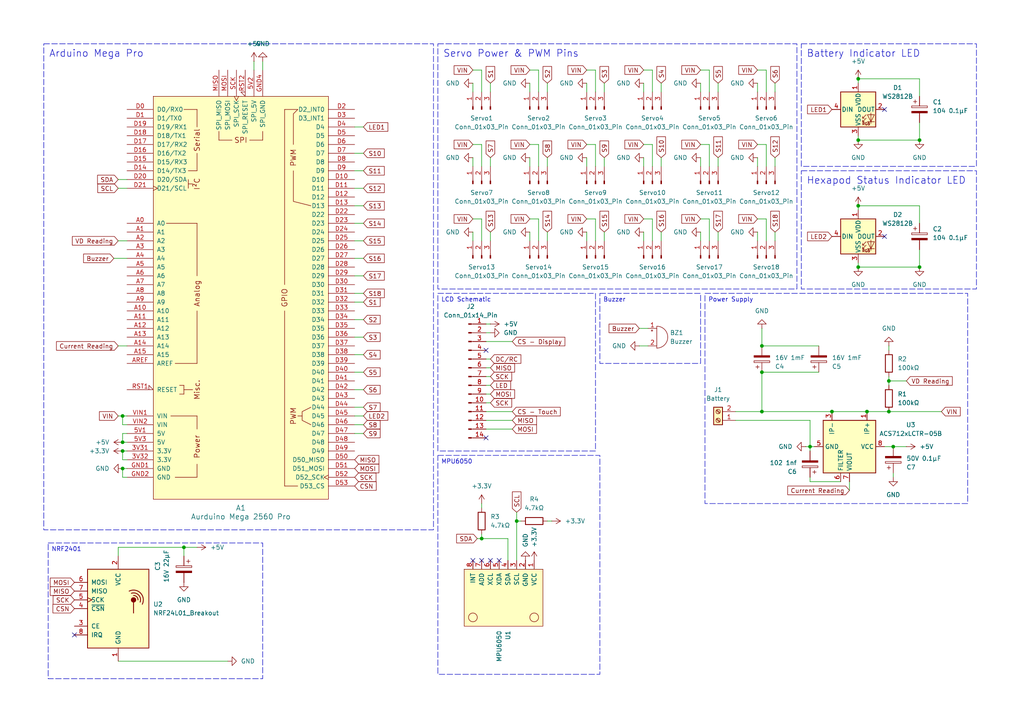
<source format=kicad_sch>
(kicad_sch (version 20231120) (generator "eeschema") (generator_version "8.0")
  (paper "A4")
  (title_block (title "Hexapod PCB V2"))
  (junction (at 241.3 119.38))
  (junction (at 251.46 119.38))
  (junction (at 53.34 158.75))
  (junction (at 257.81 119.38))
  (junction (at 35.56 130.81))
  (junction (at 35.56 128.27))
  (junction (at 149.86 151.13))
  (junction (at 220.98 119.38))
  (junction (at 266.7 77.47))
  (junction (at 248.92 40.64))
  (junction (at 35.56 120.65))
  (junction (at 248.92 77.47))
  (junction (at 266.7 40.64))
  (junction (at 220.98 100.33))
  (junction (at 234.95 129.54))
  (junction (at 257.81 110.49))
  (junction (at 259.08 129.54))
  (junction (at 248.92 59.69))
  (junction (at 220.98 107.95))
  (junction (at 248.92 22.86))
  (junction (at 139.7 156.21))
  (junction (at 35.56 135.89))
  (no_connect (at 142.24 162.56))
  (no_connect (at 256.54 31.75))
  (no_connect (at 140.97 127))
  (no_connect (at 256.54 68.58))
  (no_connect (at 21.59 184.15))
  (no_connect (at 140.97 101.6))
  (no_connect (at 137.16 162.56))
  (no_connect (at 139.7 162.56))
  (no_connect (at 144.78 162.56))
  (wire (pts (xy 257.81 100.33) (xy 257.81 101.6)))
  (wire (pts (xy 246.38 142.24) (xy 246.38 139.7)))
  (wire (pts (xy 149.86 151.13) (xy 151.13 151.13)))
  (wire (pts (xy 153.67 24.13) (xy 153.67 26.67)))
  (wire (pts (xy 224.79 24.13) (xy 224.79 26.67)))
  (wire (pts (xy 102.87 113.03) (xy 105.41 113.03)))
  (wire (pts (xy 205.74 63.5) (xy 205.74 69.85)))
  (wire (pts (xy 142.24 111.76) (xy 140.97 111.76)))
  (wire (pts (xy 139.7 41.91) (xy 139.7 48.26)))
  (wire (pts (xy 259.08 138.43) (xy 259.08 137.16)))
  (wire (pts (xy 142.24 67.31) (xy 142.24 69.85)))
  (wire (pts (xy 222.25 20.32) (xy 222.25 26.67)))
  (wire (pts (xy 142.24 96.52) (xy 140.97 96.52)))
  (wire (pts (xy 213.36 121.92) (xy 234.95 121.92)))
  (wire (pts (xy 213.36 119.38) (xy 220.98 119.38)))
  (wire (pts (xy 222.25 41.91) (xy 222.25 48.26)))
  (wire (pts (xy 170.18 45.72) (xy 170.18 48.26)))
  (wire (pts (xy 142.24 116.84) (xy 140.97 116.84)))
  (wire (pts (xy 102.87 107.95) (xy 105.41 107.95)))
  (wire (pts (xy 234.95 121.92) (xy 234.95 129.54)))
  (wire (pts (xy 241.3 119.38) (xy 251.46 119.38)))
  (wire (pts (xy 203.2 45.72) (xy 203.2 48.26)))
  (wire (pts (xy 186.69 41.91) (xy 189.23 41.91)))
  (wire (pts (xy 102.87 54.61) (xy 105.41 54.61)))
  (wire (pts (xy 156.21 63.5) (xy 156.21 69.85)))
  (wire (pts (xy 34.29 69.85) (xy 36.83 69.85)))
  (wire (pts (xy 35.56 120.65) (xy 36.83 120.65)))
  (wire (pts (xy 203.2 67.31) (xy 203.2 69.85)))
  (wire (pts (xy 186.69 20.32) (xy 189.23 20.32)))
  (wire (pts (xy 102.87 92.71) (xy 105.41 92.71)))
  (wire (pts (xy 153.67 45.72) (xy 153.67 48.26)))
  (wire (pts (xy 102.87 87.63) (xy 105.41 87.63)))
  (wire (pts (xy 203.2 24.13) (xy 203.2 26.67)))
  (wire (pts (xy 142.24 24.13) (xy 142.24 26.67)))
  (wire (pts (xy 142.24 45.72) (xy 142.24 48.26)))
  (wire (pts (xy 186.69 67.31) (xy 186.69 69.85)))
  (wire (pts (xy 142.24 93.98) (xy 140.97 93.98)))
  (wire (pts (xy 149.86 151.13) (xy 149.86 162.56)))
  (wire (pts (xy 137.16 24.13) (xy 137.16 26.67)))
  (wire (pts (xy 175.26 24.13) (xy 175.26 26.67)))
  (wire (pts (xy 137.16 67.31) (xy 137.16 69.85)))
  (wire (pts (xy 142.24 106.68) (xy 140.97 106.68)))
  (wire (pts (xy 172.72 63.5) (xy 172.72 69.85)))
  (wire (pts (xy 137.16 45.72) (xy 137.16 48.26)))
  (wire (pts (xy 148.59 124.46) (xy 140.97 124.46)))
  (wire (pts (xy 220.98 100.33) (xy 237.49 100.33)))
  (wire (pts (xy 34.29 54.61) (xy 36.83 54.61)))
  (wire (pts (xy 172.72 41.91) (xy 172.72 48.26)))
  (wire (pts (xy 35.56 125.73) (xy 35.56 128.27)))
  (wire (pts (xy 76.2 17.78) (xy 76.2 20.32)))
  (wire (pts (xy 266.7 40.64) (xy 266.7 35.56)))
  (wire (pts (xy 153.67 67.31) (xy 153.67 69.85)))
  (wire (pts (xy 137.16 41.91) (xy 139.7 41.91)))
  (wire (pts (xy 102.87 80.01) (xy 105.41 80.01)))
  (wire (pts (xy 153.67 20.32) (xy 156.21 20.32)))
  (wire (pts (xy 158.75 67.31) (xy 158.75 69.85)))
  (wire (pts (xy 170.18 24.13) (xy 170.18 26.67)))
  (wire (pts (xy 191.77 24.13) (xy 191.77 26.67)))
  (wire (pts (xy 175.26 45.72) (xy 175.26 48.26)))
  (wire (pts (xy 170.18 63.5) (xy 172.72 63.5)))
  (wire (pts (xy 185.42 95.25) (xy 187.96 95.25)))
  (wire (pts (xy 33.02 74.93) (xy 36.83 74.93)))
  (wire (pts (xy 36.83 138.43) (xy 35.56 138.43)))
  (wire (pts (xy 158.75 45.72) (xy 158.75 48.26)))
  (wire (pts (xy 102.87 102.87) (xy 105.41 102.87)))
  (wire (pts (xy 34.29 120.65) (xy 35.56 120.65)))
  (wire (pts (xy 220.98 119.38) (xy 241.3 119.38)))
  (wire (pts (xy 105.41 120.65) (xy 102.87 120.65)))
  (wire (pts (xy 191.77 67.31) (xy 191.77 69.85)))
  (wire (pts (xy 137.16 20.32) (xy 139.7 20.32)))
  (wire (pts (xy 102.87 118.11) (xy 105.41 118.11)))
  (wire (pts (xy 220.98 107.95) (xy 237.49 107.95)))
  (wire (pts (xy 102.87 69.85) (xy 105.41 69.85)))
  (wire (pts (xy 186.69 63.5) (xy 189.23 63.5)))
  (wire (pts (xy 53.34 158.75) (xy 34.29 158.75)))
  (wire (pts (xy 35.56 135.89) (xy 36.83 135.89)))
  (wire (pts (xy 251.46 119.38) (xy 257.81 119.38)))
  (wire (pts (xy 203.2 41.91) (xy 205.74 41.91)))
  (wire (pts (xy 36.83 123.19) (xy 35.56 123.19)))
  (wire (pts (xy 34.29 52.07) (xy 36.83 52.07)))
  (wire (pts (xy 158.75 24.13) (xy 158.75 26.67)))
  (wire (pts (xy 147.32 156.21) (xy 147.32 162.56)))
  (wire (pts (xy 102.87 64.77) (xy 105.41 64.77)))
  (wire (pts (xy 219.71 63.5) (xy 222.25 63.5)))
  (wire (pts (xy 220.98 107.95) (xy 220.98 119.38)))
  (wire (pts (xy 139.7 63.5) (xy 139.7 69.85)))
  (wire (pts (xy 257.81 109.22) (xy 257.81 110.49)))
  (wire (pts (xy 205.74 41.91) (xy 205.74 48.26)))
  (wire (pts (xy 259.08 129.54) (xy 256.54 129.54)))
  (wire (pts (xy 102.87 85.09) (xy 105.41 85.09)))
  (wire (pts (xy 266.7 64.77) (xy 266.7 59.69)))
  (wire (pts (xy 57.15 158.75) (xy 53.34 158.75)))
  (wire (pts (xy 191.77 45.72) (xy 191.77 48.26)))
  (wire (pts (xy 105.41 36.83) (xy 102.87 36.83)))
  (wire (pts (xy 186.69 24.13) (xy 186.69 26.67)))
  (wire (pts (xy 149.86 148.59) (xy 149.86 151.13)))
  (wire (pts (xy 158.75 151.13) (xy 160.02 151.13)))
  (wire (pts (xy 220.98 95.25) (xy 220.98 100.33)))
  (wire (pts (xy 243.84 139.7) (xy 234.95 139.7)))
  (wire (pts (xy 148.59 119.38) (xy 140.97 119.38)))
  (wire (pts (xy 262.89 129.54) (xy 259.08 129.54)))
  (wire (pts (xy 138.43 156.21) (xy 139.7 156.21)))
  (wire (pts (xy 102.87 123.19) (xy 105.41 123.19)))
  (wire (pts (xy 170.18 67.31) (xy 170.18 69.85)))
  (wire (pts (xy 35.56 135.89) (xy 35.56 138.43)))
  (wire (pts (xy 208.28 24.13) (xy 208.28 26.67)))
  (wire (pts (xy 186.69 45.72) (xy 186.69 48.26)))
  (wire (pts (xy 203.2 63.5) (xy 205.74 63.5)))
  (wire (pts (xy 219.71 20.32) (xy 222.25 20.32)))
  (wire (pts (xy 142.24 114.3) (xy 140.97 114.3)))
  (wire (pts (xy 102.87 59.69) (xy 105.41 59.69)))
  (wire (pts (xy 36.83 125.73) (xy 35.56 125.73)))
  (wire (pts (xy 156.21 41.91) (xy 156.21 48.26)))
  (wire (pts (xy 102.87 125.73) (xy 105.41 125.73)))
  (wire (pts (xy 35.56 123.19) (xy 35.56 120.65)))
  (wire (pts (xy 257.81 119.38) (xy 273.05 119.38)))
  (wire (pts (xy 137.16 63.5) (xy 139.7 63.5)))
  (wire (pts (xy 233.68 129.54) (xy 234.95 129.54)))
  (wire (pts (xy 139.7 146.05) (xy 139.7 147.32)))
  (wire (pts (xy 248.92 77.47) (xy 266.7 77.47)))
  (wire (pts (xy 102.87 74.93) (xy 105.41 74.93)))
  (wire (pts (xy 234.95 129.54) (xy 234.95 130.81)))
  (wire (pts (xy 219.71 24.13) (xy 219.71 26.67)))
  (wire (pts (xy 189.23 41.91) (xy 189.23 48.26)))
  (wire (pts (xy 248.92 22.86) (xy 248.92 24.13)))
  (wire (pts (xy 139.7 154.94) (xy 139.7 156.21)))
  (wire (pts (xy 153.67 41.91) (xy 156.21 41.91)))
  (wire (pts (xy 35.56 130.81) (xy 36.83 130.81)))
  (wire (pts (xy 139.7 156.21) (xy 147.32 156.21)))
  (wire (pts (xy 36.83 133.35) (xy 35.56 133.35)))
  (wire (pts (xy 175.26 67.31) (xy 175.26 69.85)))
  (wire (pts (xy 102.87 49.53) (xy 105.41 49.53)))
  (wire (pts (xy 248.92 40.64) (xy 248.92 39.37)))
  (wire (pts (xy 35.56 133.35) (xy 35.56 130.81)))
  (wire (pts (xy 156.21 20.32) (xy 156.21 26.67)))
  (wire (pts (xy 257.81 110.49) (xy 257.81 111.76)))
  (wire (pts (xy 248.92 40.64) (xy 266.7 40.64)))
  (wire (pts (xy 34.29 100.33) (xy 36.83 100.33)))
  (wire (pts (xy 219.71 41.91) (xy 222.25 41.91)))
  (wire (pts (xy 189.23 20.32) (xy 189.23 26.67)))
  (wire (pts (xy 205.74 20.32) (xy 205.74 26.67)))
  (wire (pts (xy 35.56 128.27) (xy 36.83 128.27)))
  (wire (pts (xy 170.18 41.91) (xy 172.72 41.91)))
  (wire (pts (xy 102.87 44.45) (xy 105.41 44.45)))
  (wire (pts (xy 185.42 100.33) (xy 187.96 100.33)))
  (wire (pts (xy 102.87 97.79) (xy 105.41 97.79)))
  (wire (pts (xy 266.7 77.47) (xy 266.7 72.39)))
  (wire (pts (xy 172.72 20.32) (xy 172.72 26.67)))
  (wire (pts (xy 153.67 63.5) (xy 156.21 63.5)))
  (wire (pts (xy 142.24 109.22) (xy 140.97 109.22)))
  (wire (pts (xy 257.81 110.49) (xy 262.89 110.49)))
  (wire (pts (xy 73.66 17.78) (xy 73.66 20.32)))
  (wire (pts (xy 248.92 59.69) (xy 248.92 60.96)))
  (wire (pts (xy 139.7 20.32) (xy 139.7 26.67)))
  (wire (pts (xy 248.92 22.86) (xy 266.7 22.86)))
  (wire (pts (xy 203.2 20.32) (xy 205.74 20.32)))
  (wire (pts (xy 266.7 27.94) (xy 266.7 22.86)))
  (wire (pts (xy 208.28 45.72) (xy 208.28 48.26)))
  (wire (pts (xy 248.92 59.69) (xy 266.7 59.69)))
  (wire (pts (xy 224.79 67.31) (xy 224.79 69.85)))
  (wire (pts (xy 234.95 129.54) (xy 236.22 129.54)))
  (wire (pts (xy 170.18 20.32) (xy 172.72 20.32)))
  (wire (pts (xy 208.28 67.31) (xy 208.28 69.85)))
  (wire (pts (xy 248.92 77.47) (xy 248.92 76.2)))
  (wire (pts (xy 224.79 45.72) (xy 224.79 48.26)))
  (wire (pts (xy 148.59 99.06) (xy 140.97 99.06)))
  (wire (pts (xy 219.71 67.31) (xy 219.71 69.85)))
  (wire (pts (xy 222.25 63.5) (xy 222.25 69.85)))
  (wire (pts (xy 189.23 63.5) (xy 189.23 69.85)))
  (wire (pts (xy 53.34 158.75) (xy 53.34 161.29)))
  (wire (pts (xy 219.71 45.72) (xy 219.71 48.26)))
  (wire (pts (xy 34.29 158.75) (xy 34.29 161.29)))
  (wire (pts (xy 234.95 139.7) (xy 234.95 138.43)))
  (wire (pts (xy 140.97 104.14) (xy 142.24 104.14)))
  (wire (pts (xy 34.29 191.77) (xy 66.04 191.77)))
  (wire (pts (xy 148.59 121.92) (xy 140.97 121.92)))
  (text_box "Battery Indicator LED" (at 232.41 12.7 0) (size 50.8 35.56) (stroke (width 0) (type dash)) (effects (font (size 2.032 2.032)) (justify left top)))
  (text_box "LCD Schematic" (at 127 85.09 0) (size 45.72 45.72) (stroke (width 0) (type dash)) (effects (font (size 1.27 1.27)) (justify left top)))
  (text_box "Power Supply" (at 204.47 85.09 0) (size 76.2 60.96) (stroke (width 0) (type dash)) (effects (font (size 1.27 1.27)) (justify left top)))
  (text_box "Arduino Mega Pro\n" (at 12.7 12.7 0) (size 113.03 140.97) (stroke (width 0) (type dash)) (effects (font (size 2.032 2.032)) (justify left top)))
  (text_box "MPU6050" (at 127 132.08 0) (size 46.99 63.5) (stroke (width 0) (type dash)) (effects (font (size 1.27 1.27)) (justify left top)))
  (text_box "Hexapod Status Indicator LED\n" (at 232.41 49.53 0) (size 50.8 34.29) (stroke (width 0) (type dash)) (effects (font (size 2.032 2.032)) (justify left top)))
  (text_box "Buzzer\n" (at 173.99 85.09 0) (size 29.21 20.32) (stroke (width 0) (type dash)) (effects (font (size 1.27 1.27)) (justify left top)))
  (text_box "NRF2401" (at 13.97 157.48 0) (size 62.23 39.37) (stroke (width 0) (type dash)) (effects (font (size 1.27 1.27)) (justify left top)))
  (text_box "Servo Power & PWM Pins" (at 127 12.7 0) (size 104.14 71.12) (stroke (width 0) (type dash)) (effects (font (size 2.032 2.032)) (justify left top)))
  (global_label "MISO" (shape input) (at 102.87 133.35 0) (property "Intersheetrefs" "${INTERSHEET_REFS}" (effects (hide yes))))
  (global_label "VIN" (shape input) (at 203.2 41.91 180) (property "Intersheetrefs" "${INTERSHEET_REFS}" (effects (hide yes))))
  (global_label "S3" (shape input) (at 175.26 24.13 90) (property "Intersheetrefs" "${INTERSHEET_REFS}" (effects (hide yes))))
  (global_label "VIN" (shape input) (at 186.69 63.5 180) (property "Intersheetrefs" "${INTERSHEET_REFS}" (effects (hide yes))))
  (global_label "S6" (shape input) (at 105.41 113.03 0) (property "Intersheetrefs" "${INTERSHEET_REFS}" (effects (hide yes))))
  (global_label "VIN" (shape input) (at 170.18 63.5 180) (property "Intersheetrefs" "${INTERSHEET_REFS}" (effects (hide yes))))
  (global_label "S1" (shape input) (at 142.24 24.13 90) (property "Intersheetrefs" "${INTERSHEET_REFS}" (effects (hide yes))))
  (global_label "VIN" (shape input) (at 137.16 20.32 180) (property "Intersheetrefs" "${INTERSHEET_REFS}" (effects (hide yes))))
  (global_label "MOSI" (shape input) (at 21.59 168.91 180) (property "Intersheetrefs" "${INTERSHEET_REFS}" (effects (hide yes))))
  (global_label "S9" (shape input) (at 175.26 45.72 90) (property "Intersheetrefs" "${INTERSHEET_REFS}" (effects (hide yes))))
  (global_label "SCL" (shape input) (at 149.86 148.59 90) (property "Intersheetrefs" "${INTERSHEET_REFS}" (effects (hide yes))))
  (global_label "VIN" (shape input) (at 34.29 120.65 180) (property "Intersheetrefs" "${INTERSHEET_REFS}" (effects (hide yes))))
  (global_label "VIN" (shape input) (at 153.67 63.5 180) (property "Intersheetrefs" "${INTERSHEET_REFS}" (effects (hide yes))))
  (global_label "Buzzer" (shape input) (at 185.42 95.25 180) (property "Intersheetrefs" "${INTERSHEET_REFS}" (effects (hide yes))))
  (global_label "MISO" (shape input) (at 21.59 171.45 180) (property "Intersheetrefs" "${INTERSHEET_REFS}" (effects (hide yes))))
  (global_label "S10" (shape input) (at 191.77 45.72 90) (property "Intersheetrefs" "${INTERSHEET_REFS}" (effects (hide yes))))
  (global_label "S18" (shape input) (at 105.41 85.09 0) (property "Intersheetrefs" "${INTERSHEET_REFS}" (effects (hide yes))))
  (global_label "CSN" (shape input) (at 21.59 176.53 180) (property "Intersheetrefs" "${INTERSHEET_REFS}" (effects (hide yes))))
  (global_label "VIN" (shape input) (at 203.2 20.32 180) (property "Intersheetrefs" "${INTERSHEET_REFS}" (effects (hide yes))))
  (global_label "VIN" (shape input) (at 137.16 63.5 180) (property "Intersheetrefs" "${INTERSHEET_REFS}" (effects (hide yes))))
  (global_label "VD Reading" (shape input) (at 262.89 110.49 0) (property "Intersheetrefs" "${INTERSHEET_REFS}" (effects (hide yes))))
  (global_label "S11" (shape input) (at 105.41 49.53 0) (property "Intersheetrefs" "${INTERSHEET_REFS}" (effects (hide yes))))
  (global_label "S16" (shape input) (at 105.41 74.93 0) (property "Intersheetrefs" "${INTERSHEET_REFS}" (effects (hide yes))))
  (global_label "LED1" (shape input) (at 105.41 36.83 0) (property "Intersheetrefs" "${INTERSHEET_REFS}" (effects (hide yes))))
  (global_label "S15" (shape input) (at 175.26 67.31 90) (property "Intersheetrefs" "${INTERSHEET_REFS}" (effects (hide yes))))
  (global_label "S8" (shape input) (at 105.41 123.19 0) (property "Intersheetrefs" "${INTERSHEET_REFS}" (effects (hide yes))))
  (global_label "Current Reading" (shape input) (at 246.38 142.24 180) (property "Intersheetrefs" "${INTERSHEET_REFS}" (effects (hide yes))))
  (global_label "VIN" (shape input) (at 186.69 20.32 180) (property "Intersheetrefs" "${INTERSHEET_REFS}" (effects (hide yes))))
  (global_label "S7" (shape input) (at 142.24 45.72 90) (property "Intersheetrefs" "${INTERSHEET_REFS}" (effects (hide yes))))
  (global_label "S15" (shape input) (at 105.41 69.85 0) (property "Intersheetrefs" "${INTERSHEET_REFS}" (effects (hide yes))))
  (global_label "S5" (shape input) (at 105.41 107.95 0) (property "Intersheetrefs" "${INTERSHEET_REFS}" (effects (hide yes))))
  (global_label "S14" (shape input) (at 105.41 64.77 0) (property "Intersheetrefs" "${INTERSHEET_REFS}" (effects (hide yes))))
  (global_label "LED" (shape input) (at 142.24 111.76 0) (property "Intersheetrefs" "${INTERSHEET_REFS}" (effects (hide yes))))
  (global_label "S12" (shape input) (at 224.79 45.72 90) (property "Intersheetrefs" "${INTERSHEET_REFS}" (effects (hide yes))))
  (global_label "SCL" (shape input) (at 34.29 54.61 180) (property "Intersheetrefs" "${INTERSHEET_REFS}" (effects (hide yes))))
  (global_label "S3" (shape input) (at 105.41 97.79 0) (property "Intersheetrefs" "${INTERSHEET_REFS}" (effects (hide yes))))
  (global_label "S16" (shape input) (at 191.77 67.31 90) (property "Intersheetrefs" "${INTERSHEET_REFS}" (effects (hide yes))))
  (global_label "VD Reading" (shape input) (at 34.29 69.85 180) (property "Intersheetrefs" "${INTERSHEET_REFS}" (effects (hide yes))))
  (global_label "SDA" (shape input) (at 138.43 156.21 180) (property "Intersheetrefs" "${INTERSHEET_REFS}" (effects (hide yes))))
  (global_label "VIN" (shape input) (at 137.16 41.91 180) (property "Intersheetrefs" "${INTERSHEET_REFS}" (effects (hide yes))))
  (global_label "S12" (shape input) (at 105.41 54.61 0) (property "Intersheetrefs" "${INTERSHEET_REFS}" (effects (hide yes))))
  (global_label "VIN" (shape input) (at 153.67 20.32 180) (property "Intersheetrefs" "${INTERSHEET_REFS}" (effects (hide yes))))
  (global_label "S4" (shape input) (at 191.77 24.13 90) (property "Intersheetrefs" "${INTERSHEET_REFS}" (effects (hide yes))))
  (global_label "S9" (shape input) (at 105.41 125.73 0) (property "Intersheetrefs" "${INTERSHEET_REFS}" (effects (hide yes))))
  (global_label "S11" (shape input) (at 208.28 45.72 90) (property "Intersheetrefs" "${INTERSHEET_REFS}" (effects (hide yes))))
  (global_label "Buzzer" (shape input) (at 33.02 74.93 180) (property "Intersheetrefs" "${INTERSHEET_REFS}" (effects (hide yes))))
  (global_label "VIN" (shape input) (at 170.18 20.32 180) (property "Intersheetrefs" "${INTERSHEET_REFS}" (effects (hide yes))))
  (global_label "SCK" (shape input) (at 142.24 116.84 0) (property "Intersheetrefs" "${INTERSHEET_REFS}" (effects (hide yes))))
  (global_label "VIN" (shape input) (at 186.69 41.91 180) (property "Intersheetrefs" "${INTERSHEET_REFS}" (effects (hide yes))))
  (global_label "CS - Display" (shape input) (at 148.59 99.06 0) (property "Intersheetrefs" "${INTERSHEET_REFS}" (effects (hide yes))))
  (global_label "CS - Touch" (shape input) (at 148.59 119.38 0) (property "Intersheetrefs" "${INTERSHEET_REFS}" (effects (hide yes))))
  (global_label "S7" (shape input) (at 105.41 118.11 0) (property "Intersheetrefs" "${INTERSHEET_REFS}" (effects (hide yes))))
  (global_label "S13" (shape input) (at 142.24 67.31 90) (property "Intersheetrefs" "${INTERSHEET_REFS}" (effects (hide yes))))
  (global_label "VIN" (shape input) (at 153.67 41.91 180) (property "Intersheetrefs" "${INTERSHEET_REFS}" (effects (hide yes))))
  (global_label "VIN" (shape input) (at 219.71 20.32 180) (property "Intersheetrefs" "${INTERSHEET_REFS}" (effects (hide yes))))
  (global_label "DC{slash}RC" (shape input) (at 142.24 104.14 0) (property "Intersheetrefs" "${INTERSHEET_REFS}" (effects (hide yes))))
  (global_label "MOSI" (shape input) (at 102.87 135.89 0) (property "Intersheetrefs" "${INTERSHEET_REFS}" (effects (hide yes))))
  (global_label "S5" (shape input) (at 208.28 24.13 90) (property "Intersheetrefs" "${INTERSHEET_REFS}" (effects (hide yes))))
  (global_label "SCK" (shape input) (at 142.24 109.22 0) (property "Intersheetrefs" "${INTERSHEET_REFS}" (effects (hide yes))))
  (global_label "VIN" (shape input) (at 219.71 63.5 180) (property "Intersheetrefs" "${INTERSHEET_REFS}" (effects (hide yes))))
  (global_label "MOSI" (shape input) (at 148.59 124.46 0) (property "Intersheetrefs" "${INTERSHEET_REFS}" (effects (hide yes))))
  (global_label "MISO" (shape input) (at 148.59 121.92 0) (property "Intersheetrefs" "${INTERSHEET_REFS}" (effects (hide yes))))
  (global_label "S13" (shape input) (at 105.41 59.69 0) (property "Intersheetrefs" "${INTERSHEET_REFS}" (effects (hide yes))))
  (global_label "S6" (shape input) (at 224.79 24.13 90) (property "Intersheetrefs" "${INTERSHEET_REFS}" (effects (hide yes))))
  (global_label "LED2" (shape input) (at 105.41 120.65 0) (property "Intersheetrefs" "${INTERSHEET_REFS}" (effects (hide yes))))
  (global_label "CSN" (shape input) (at 102.87 140.97 0) (property "Intersheetrefs" "${INTERSHEET_REFS}" (effects (hide yes))))
  (global_label "SCK" (shape input) (at 21.59 173.99 180) (property "Intersheetrefs" "${INTERSHEET_REFS}" (effects (hide yes))))
  (global_label "LED1" (shape input) (at 241.3 31.75 180) (property "Intersheetrefs" "${INTERSHEET_REFS}" (effects (hide yes))))
  (global_label "S8" (shape input) (at 158.75 45.72 90) (property "Intersheetrefs" "${INTERSHEET_REFS}" (effects (hide yes))))
  (global_label "S18" (shape input) (at 224.79 67.31 90) (property "Intersheetrefs" "${INTERSHEET_REFS}" (effects (hide yes))))
  (global_label "SDA" (shape input) (at 34.29 52.07 180) (property "Intersheetrefs" "${INTERSHEET_REFS}" (effects (hide yes))))
  (global_label "MOSI" (shape input) (at 142.24 114.3 0) (property "Intersheetrefs" "${INTERSHEET_REFS}" (effects (hide yes))))
  (global_label "VIN" (shape input) (at 273.05 119.38 0) (property "Intersheetrefs" "${INTERSHEET_REFS}" (effects (hide yes))))
  (global_label "S10" (shape input) (at 105.41 44.45 0) (property "Intersheetrefs" "${INTERSHEET_REFS}" (effects (hide yes))))
  (global_label "LED2" (shape input) (at 241.3 68.58 180) (property "Intersheetrefs" "${INTERSHEET_REFS}" (effects (hide yes))))
  (global_label "MISO" (shape input) (at 142.24 106.68 0) (property "Intersheetrefs" "${INTERSHEET_REFS}" (effects (hide yes))))
  (global_label "S17" (shape input) (at 208.28 67.31 90) (property "Intersheetrefs" "${INTERSHEET_REFS}" (effects (hide yes))))
  (global_label "S1" (shape input) (at 105.41 87.63 0) (property "Intersheetrefs" "${INTERSHEET_REFS}" (effects (hide yes))))
  (global_label "Current Reading" (shape input) (at 34.29 100.33 180) (property "Intersheetrefs" "${INTERSHEET_REFS}" (effects (hide yes))))
  (global_label "SCK" (shape input) (at 102.87 138.43 0) (property "Intersheetrefs" "${INTERSHEET_REFS}" (effects (hide yes))))
  (global_label "S2" (shape input) (at 158.75 24.13 90) (property "Intersheetrefs" "${INTERSHEET_REFS}" (effects (hide yes))))
  (global_label "VIN" (shape input) (at 170.18 41.91 180) (property "Intersheetrefs" "${INTERSHEET_REFS}" (effects (hide yes))))
  (global_label "VIN" (shape input) (at 219.71 41.91 180) (property "Intersheetrefs" "${INTERSHEET_REFS}" (effects (hide yes))))
  (global_label "VIN" (shape input) (at 203.2 63.5 180) (property "Intersheetrefs" "${INTERSHEET_REFS}" (effects (hide yes))))
  (global_label "S2" (shape input) (at 105.41 92.71 0) (property "Intersheetrefs" "${INTERSHEET_REFS}" (effects (hide yes))))
  (global_label "S17" (shape input) (at 105.41 80.01 0) (property "Intersheetrefs" "${INTERSHEET_REFS}" (effects (hide yes))))
  (global_label "S4" (shape input) (at 105.41 102.87 0) (property "Intersheetrefs" "${INTERSHEET_REFS}" (effects (hide yes))))
  (global_label "S14" (shape input) (at 158.75 67.31 90) (property "Intersheetrefs" "${INTERSHEET_REFS}" (effects (hide yes))))
  (symbol (lib_id "Connector:Conn_01x03_Pin") (at 222.25 53.34 90) (unit 1)
    (property "Reference" "Servo12" (at 222.25 55.88 90))
    (property "Value" "Conn_01x03_Pin" (at 222.25 58.42 90))
    (property "Footprint" "Connector_PinHeader_2.54mm:PinHeader_1x03_P2.54mm_Vertical" (effects (hide yes)))
    (property "Description" "Generic connector, single row, 01x03, script generated" (effects (hide yes)))
  )
  (symbol (lib_id "Connector:Conn_01x03_Pin") (at 139.7 31.75 90) (unit 1)
    (property "Reference" "Servo1" (at 139.7 34.29 90))
    (property "Value" "Conn_01x03_Pin" (at 139.7 36.83 90))
    (property "Footprint" "Connector_PinHeader_2.54mm:PinHeader_1x03_P2.54mm_Vertical" (effects (hide yes)))
    (property "Description" "Generic connector, single row, 01x03, script generated" (effects (hide yes)))
  )
  (symbol (lib_id "Connector:Conn_01x03_Pin") (at 139.7 74.93 90) (unit 1)
    (property "Reference" "Servo13" (at 139.7 77.47 90))
    (property "Value" "Conn_01x03_Pin" (at 139.7 80.01 90))
    (property "Footprint" "Connector_PinHeader_2.54mm:PinHeader_1x03_P2.54mm_Vertical" (effects (hide yes)))
    (property "Description" "Generic connector, single row, 01x03, script generated" (effects (hide yes)))
  )
  (symbol (lib_id "Device:C_Polarized") (at 53.34 165.1 0) (mirror y) (unit 1)
    (property "Reference" "C3" (at 45.72 164.211 90))
    (property "Value" "16V 22μF" (at 48.26 164.211 90))
    (property "Footprint" "Capacitor_THT:CP_Radial_D4.0mm_P2.00mm" (effects (hide yes)))
    (property "Description" "Polarized capacitor" (effects (hide yes)))
  )
  (symbol (lib_id "Breakout Sensors:module_mpu6050") (at 137.16 162.56 270) (unit 1)
    (property "Reference" "U1" (at 147.3201 182.88 0) (effects (justify left)))
    (property "Value" "MPU6050" (at 144.7801 182.88 0) (effects (justify left)))
    (property "Footprint" "usini_sensors:module_mpu6050" (effects (hide yes)))
  )
  (symbol (lib_id "power:GND") (at 259.08 138.43 0) (unit 1)
    (property "Reference" "#PWR017" (effects (hide yes)))
    (property "Value" "GND" (at 259.08 143.51 0))
    (property "Description" "Power symbol creates a global label with name \"GND\" , ground" (effects (hide yes)))
  )
  (symbol (lib_id "power:GND") (at 185.42 100.33 270) (unit 1)
    (property "Reference" "#PWR011" (effects (hide yes)))
    (property "Value" "GND" (at 181.61 100.3299 90) (effects (justify right)))
    (property "Description" "Power symbol creates a global label with name \"GND\" , ground" (effects (hide yes)))
  )
  (symbol (lib_id "power:GND") (at 137.16 67.31 270) (unit 1)
    (property "Reference" "#PWR010" (effects (hide yes)))
    (property "Value" "GND" (at 133.35 67.3099 90) (effects (justify right)))
    (property "Description" "Power symbol creates a global label with name \"GND\" , ground" (effects (hide yes)))
  )
  (symbol (lib_id "Connector:Conn_01x03_Pin") (at 189.23 53.34 90) (unit 1)
    (property "Reference" "Servo10" (at 189.23 55.88 90))
    (property "Value" "Conn_01x03_Pin" (at 189.23 58.42 90))
    (property "Footprint" "Connector_PinHeader_2.54mm:PinHeader_1x03_P2.54mm_Vertical" (effects (hide yes)))
    (property "Description" "Generic connector, single row, 01x03, script generated" (effects (hide yes)))
  )
  (symbol (lib_id "power:GND") (at 53.34 168.91 0) (unit 1)
    (property "Reference" "#PWR031" (effects (hide yes)))
    (property "Value" "GND" (at 53.34 173.99 0))
    (property "Description" "Power symbol creates a global label with name \"GND\" , ground" (effects (hide yes)))
  )
  (symbol (lib_id "LED:WS2812B") (at 248.92 31.75 0) (unit 1)
    (property "Reference" "D1" (at 260.35 25.4314 0))
    (property "Value" "WS2812B" (at 260.35 27.9714 0))
    (property "Footprint" "LED_SMD:LED_WS2812B_PLCC4_5.0x5.0mm_P3.2mm" (effects (hide yes)))
    (property "Datasheet" "https://cdn-shop.adafruit.com/datasheets/WS2812B.pdf" (effects (hide yes)))
    (property "Description" "RGB LED with integrated controller" (effects (hide yes)))
  )
  (symbol (lib_id "power:GND") (at 35.56 135.89 270) (unit 1)
    (property "Reference" "#PWR041" (effects (hide yes)))
    (property "Value" "GND" (at 31.75 135.8899 90) (effects (justify right)))
    (property "Description" "Power symbol creates a global label with name \"GND\" , ground" (effects (hide yes)))
  )
  (symbol (lib_id "Connector:Screw_Terminal_01x02") (at 208.28 121.92 180) (unit 1)
    (property "Reference" "J1" (at 208.28 113.03 0))
    (property "Value" "Battery" (at 208.28 115.57 0))
    (property "Footprint" "TerminalBlock_Phoenix:TerminalBlock_Phoenix_MKDS-1,5-2-5.08_1x02_P5.08mm_Horizontal" (effects (hide yes)))
    (property "Description" "Generic screw terminal, single row, 01x02, script generated (kicad-library-utils/schlib/autogen/connector/)" (effects (hide yes)))
  )
  (symbol (lib_id "Connector:Conn_01x03_Pin") (at 189.23 31.75 90) (unit 1)
    (property "Reference" "Servo4" (at 189.23 34.29 90))
    (property "Value" "Conn_01x03_Pin" (at 189.23 36.83 90))
    (property "Footprint" "Connector_PinHeader_2.54mm:PinHeader_1x03_P2.54mm_Vertical" (effects (hide yes)))
    (property "Description" "Generic connector, single row, 01x03, script generated" (effects (hide yes)))
  )
  (symbol (lib_id "Connector:Conn_01x03_Pin") (at 205.74 74.93 90) (unit 1)
    (property "Reference" "Servo17" (at 205.74 77.47 90))
    (property "Value" "Conn_01x03_Pin" (at 205.74 80.01 90))
    (property "Footprint" "Connector_PinHeader_2.54mm:PinHeader_1x03_P2.54mm_Vertical" (effects (hide yes)))
    (property "Description" "Generic connector, single row, 01x03, script generated" (effects (hide yes)))
  )
  (symbol (lib_id "Device:R") (at 257.81 105.41 0) (unit 1)
    (property "Reference" "R2" (at 260.35 104.1399 0) (effects (justify left)))
    (property "Value" "100kΩ" (at 260.35 106.6799 0) (effects (justify left)))
    (property "Footprint" "Resistor_THT:R_Axial_DIN0207_L6.3mm_D2.5mm_P7.62mm_Horizontal" (effects (hide yes)))
    (property "Description" "Resistor" (effects (hide yes)))
  )
  (symbol (lib_id "power:GND") (at 220.98 95.25 180) (unit 1)
    (property "Reference" "#PWR05" (effects (hide yes)))
    (property "Value" "GND" (at 220.98 90.17 0))
    (property "Description" "Power symbol creates a global label with name \"GND\" , ground" (effects (hide yes)))
  )
  (symbol (lib_id "power:+5V") (at 248.92 59.69 0) (unit 1)
    (property "Reference" "#PWR046" (effects (hide yes)))
    (property "Value" "+5V" (at 248.92 54.61 0))
    (property "Description" "Power symbol creates a global label with name \"+5V\"" (effects (hide yes)))
  )
  (symbol (lib_id "power:+5V") (at 248.92 22.86 0) (unit 1)
    (property "Reference" "#PWR044" (effects (hide yes)))
    (property "Value" "+5V" (at 248.92 17.78 0))
    (property "Description" "Power symbol creates a global label with name \"+5V\"" (effects (hide yes)))
  )
  (symbol (lib_id "power:GND") (at 66.04 191.77 90) (unit 1)
    (property "Reference" "#PWR043" (effects (hide yes)))
    (property "Value" "GND" (at 69.85 191.7699 90) (effects (justify right)))
    (property "Description" "Power symbol creates a global label with name \"GND\" , ground" (effects (hide yes)))
  )
  (symbol (lib_id "power:GND") (at 186.69 24.13 270) (unit 1)
    (property "Reference" "#PWR024" (effects (hide yes)))
    (property "Value" "GND" (at 182.88 24.1299 90) (effects (justify right)))
    (property "Description" "Power symbol creates a global label with name \"GND\" , ground" (effects (hide yes)))
  )
  (symbol (lib_id "Device:Buzzer") (at 190.5 97.79 0) (unit 1)
    (property "Reference" "BZ1" (at 194.31 96.5199 0) (effects (justify left)))
    (property "Value" "Buzzer" (at 194.31 99.0599 0) (effects (justify left)))
    (property "Footprint" "Buzzer_Beeper:Buzzer_12x9.5RM7.6" (effects (hide yes)))
    (property "Description" "Buzzer, polarized" (effects (hide yes)))
  )
  (symbol (lib_id "Device:C_Polarized") (at 259.08 133.35 0) (mirror x) (unit 1)
    (property "Reference" "C7" (at 262.89 135.5091 0) (effects (justify left)))
    (property "Value" "50V 0.1μF" (at 262.89 132.9691 0) (effects (justify left)))
    (property "Footprint" "Capacitor_THT:CP_Radial_D5.0mm_P2.00mm" (effects (hide yes)))
    (property "Description" "Polarized capacitor" (effects (hide yes)))
  )
  (symbol (lib_id "Device:R") (at 139.7 151.13 0) (unit 1)
    (property "Reference" "R3" (at 142.24 149.8599 0) (effects (justify left)))
    (property "Value" "4.7kΩ" (at 142.24 152.3999 0) (effects (justify left)))
    (property "Footprint" "Resistor_SMD:R_1206_3216Metric" (effects (hide yes)))
    (property "Description" "Resistor" (effects (hide yes)))
  )
  (symbol (lib_id "power:GND") (at 203.2 24.13 270) (unit 1)
    (property "Reference" "#PWR030" (effects (hide yes)))
    (property "Value" "GND" (at 199.39 24.1299 90) (effects (justify right)))
    (property "Description" "Power symbol creates a global label with name \"GND\" , ground" (effects (hide yes)))
  )
  (symbol (lib_id "Connector:Conn_01x03_Pin") (at 205.74 31.75 90) (unit 1)
    (property "Reference" "Servo5" (at 205.74 34.29 90))
    (property "Value" "Conn_01x03_Pin" (at 205.74 36.83 90))
    (property "Footprint" "Connector_PinHeader_2.54mm:PinHeader_1x03_P2.54mm_Vertical" (effects (hide yes)))
    (property "Description" "Generic connector, single row, 01x03, script generated" (effects (hide yes)))
  )
  (symbol (lib_id "power:GND") (at 170.18 45.72 270) (unit 1)
    (property "Reference" "#PWR020" (effects (hide yes)))
    (property "Value" "GND" (at 166.37 45.7199 90) (effects (justify right)))
    (property "Description" "Power symbol creates a global label with name \"GND\" , ground" (effects (hide yes)))
  )
  (symbol (lib_id "Connector:Conn_01x03_Pin") (at 156.21 74.93 90) (unit 1)
    (property "Reference" "Servo14" (at 156.21 77.47 90))
    (property "Value" "Conn_01x03_Pin" (at 156.21 80.01 90))
    (property "Footprint" "Connector_PinHeader_2.54mm:PinHeader_1x03_P2.54mm_Vertical" (effects (hide yes)))
    (property "Description" "Generic connector, single row, 01x03, script generated" (effects (hide yes)))
  )
  (symbol (lib_id "Connector:Conn_01x03_Pin") (at 189.23 74.93 90) (unit 1)
    (property "Reference" "Servo16" (at 189.23 77.47 90))
    (property "Value" "Conn_01x03_Pin" (at 189.23 80.01 90))
    (property "Footprint" "Connector_PinHeader_2.54mm:PinHeader_1x03_P2.54mm_Vertical" (effects (hide yes)))
    (property "Description" "Generic connector, single row, 01x03, script generated" (effects (hide yes)))
  )
  (symbol (lib_id "power:GND") (at 266.7 77.47 0) (unit 1)
    (property "Reference" "#PWR048" (effects (hide yes)))
    (property "Value" "GND" (at 266.7 82.55 0))
    (property "Description" "Power symbol creates a global label with name \"GND\" , ground" (effects (hide yes)))
  )
  (symbol (lib_id "power:GND") (at 152.4 162.56 180) (unit 1)
    (property "Reference" "#PWR04" (effects (hide yes)))
    (property "Value" "GND" (at 152.4001 158.75 90) (effects (justify right)))
    (property "Description" "Power symbol creates a global label with name \"GND\" , ground" (effects (hide yes)))
  )
  (symbol (lib_id "power:GND") (at 219.71 67.31 270) (unit 1)
    (property "Reference" "#PWR040" (effects (hide yes)))
    (property "Value" "GND" (at 215.9 67.3099 90) (effects (justify right)))
    (property "Description" "Power symbol creates a global label with name \"GND\" , ground" (effects (hide yes)))
  )
  (symbol (lib_id "Connector:Conn_01x14_Pin") (at 135.89 109.22 0) (unit 1)
    (property "Reference" "J2" (at 136.525 88.9 0))
    (property "Value" "Conn_01x14_Pin" (at 136.525 91.44 0))
    (property "Footprint" "Connector_PinSocket_2.54mm:PinSocket_1x14_P2.54mm_Vertical" (effects (hide yes)))
    (property "Description" "Generic connector, single row, 01x14, script generated" (effects (hide yes)))
  )
  (symbol (lib_id "power:+3.3V") (at 35.56 130.81 90) (unit 1)
    (property "Reference" "#PWR01" (effects (hide yes)))
    (property "Value" "+3.3V" (at 31.75 130.8099 90) (effects (justify left)))
    (property "Description" "Power symbol creates a global label with name \"+3.3V\"" (effects (hide yes)))
  )
  (symbol (lib_id "power:GND") (at 137.16 24.13 270) (unit 1)
    (property "Reference" "#PWR06" (effects (hide yes)))
    (property "Value" "GND" (at 133.35 24.1299 90) (effects (justify right)))
    (property "Description" "Power symbol creates a global label with name \"GND\" , ground" (effects (hide yes)))
  )
  (symbol (lib_id "power:GND") (at 153.67 45.72 270) (unit 1)
    (property "Reference" "#PWR014" (effects (hide yes)))
    (property "Value" "GND" (at 149.86 45.7199 90) (effects (justify right)))
    (property "Description" "Power symbol creates a global label with name \"GND\" , ground" (effects (hide yes)))
  )
  (symbol (lib_id "power:GND") (at 203.2 45.72 270) (unit 1)
    (property "Reference" "#PWR032" (effects (hide yes)))
    (property "Value" "GND" (at 199.39 45.7199 90) (effects (justify right)))
    (property "Description" "Power symbol creates a global label with name \"GND\" , ground" (effects (hide yes)))
  )
  (symbol (lib_id "Connector:Conn_01x03_Pin") (at 172.72 31.75 90) (unit 1)
    (property "Reference" "Servo3" (at 172.72 34.29 90))
    (property "Value" "Conn_01x03_Pin" (at 172.72 36.83 90))
    (property "Footprint" "Connector_PinHeader_2.54mm:PinHeader_1x03_P2.54mm_Vertical" (effects (hide yes)))
    (property "Description" "Generic connector, single row, 01x03, script generated" (effects (hide yes)))
  )
  (symbol (lib_id "Connector:Conn_01x03_Pin") (at 172.72 74.93 90) (unit 1)
    (property "Reference" "Servo15" (at 172.72 77.47 90))
    (property "Value" "Conn_01x03_Pin" (at 172.72 80.01 90))
    (property "Footprint" "Connector_PinHeader_2.54mm:PinHeader_1x03_P2.54mm_Vertical" (effects (hide yes)))
    (property "Description" "Generic connector, single row, 01x03, script generated" (effects (hide yes)))
  )
  (symbol (lib_id "power:GND") (at 153.67 24.13 270) (unit 1)
    (property "Reference" "#PWR012" (effects (hide yes)))
    (property "Value" "GND" (at 149.86 24.1299 90) (effects (justify right)))
    (property "Description" "Power symbol creates a global label with name \"GND\" , ground" (effects (hide yes)))
  )
  (symbol (lib_id "power:GND") (at 76.2 17.78 180) (unit 1)
    (property "Reference" "#PWR025" (effects (hide yes)))
    (property "Value" "GND" (at 76.2 12.7 0))
    (property "Description" "Power symbol creates a global label with name \"GND\" , ground" (effects (hide yes)))
  )
  (symbol (lib_id "Connector:Conn_01x03_Pin") (at 222.25 74.93 90) (unit 1)
    (property "Reference" "Servo18" (at 222.25 77.47 90))
    (property "Value" "Conn_01x03_Pin" (at 222.25 80.01 90))
    (property "Footprint" "Connector_PinHeader_2.54mm:PinHeader_1x03_P2.54mm_Vertical" (effects (hide yes)))
    (property "Description" "Generic connector, single row, 01x03, script generated" (effects (hide yes)))
  )
  (symbol (lib_id "Connector:Conn_01x03_Pin") (at 156.21 31.75 90) (unit 1)
    (property "Reference" "Servo2" (at 156.21 34.29 90))
    (property "Value" "Conn_01x03_Pin" (at 156.21 36.83 90))
    (property "Footprint" "Connector_PinHeader_2.54mm:PinHeader_1x03_P2.54mm_Vertical" (effects (hide yes)))
    (property "Description" "Generic connector, single row, 01x03, script generated" (effects (hide yes)))
  )
  (symbol (lib_id "Device:C_Polarized") (at 237.49 104.14 0) (mirror x) (unit 1)
    (property "Reference" "C5" (at 241.3 106.2991 0) (effects (justify left)))
    (property "Value" "16V 1mF" (at 241.3 103.7591 0) (effects (justify left)))
    (property "Footprint" "Capacitor_THT:CP_Radial_D10.0mm_P7.50mm" (effects (hide yes)))
    (property "Description" "Polarized capacitor" (effects (hide yes)))
  )
  (symbol (lib_id "power:GND") (at 203.2 67.31 270) (unit 1)
    (property "Reference" "#PWR034" (effects (hide yes)))
    (property "Value" "GND" (at 199.39 67.3099 90) (effects (justify right)))
    (property "Description" "Power symbol creates a global label with name \"GND\" , ground" (effects (hide yes)))
  )
  (symbol (lib_id "Connector:Conn_01x03_Pin") (at 172.72 53.34 90) (unit 1)
    (property "Reference" "Servo9" (at 172.72 55.88 90))
    (property "Value" "Conn_01x03_Pin" (at 172.72 58.42 90))
    (property "Footprint" "Connector_PinHeader_2.54mm:PinHeader_1x03_P2.54mm_Vertical" (effects (hide yes)))
    (property "Description" "Generic connector, single row, 01x03, script generated" (effects (hide yes)))
  )
  (symbol (lib_id "Connector:Conn_01x03_Pin") (at 139.7 53.34 90) (unit 1)
    (property "Reference" "Servo7" (at 139.7 55.88 90))
    (property "Value" "Conn_01x03_Pin" (at 139.7 58.42 90))
    (property "Footprint" "Connector_PinHeader_2.54mm:PinHeader_1x03_P2.54mm_Vertical" (effects (hide yes)))
    (property "Description" "Generic connector, single row, 01x03, script generated" (effects (hide yes)))
  )
  (symbol (lib_id "power:GND") (at 170.18 24.13 270) (unit 1)
    (property "Reference" "#PWR018" (effects (hide yes)))
    (property "Value" "GND" (at 166.37 24.1299 90) (effects (justify right)))
    (property "Description" "Power symbol creates a global label with name \"GND\" , ground" (effects (hide yes)))
  )
  (symbol (lib_id "power:GND") (at 186.69 45.72 270) (unit 1)
    (property "Reference" "#PWR026" (effects (hide yes)))
    (property "Value" "GND" (at 182.88 45.7199 90) (effects (justify right)))
    (property "Description" "Power symbol creates a global label with name \"GND\" , ground" (effects (hide yes)))
  )
  (symbol (lib_id "power:GND") (at 186.69 67.31 270) (unit 1)
    (property "Reference" "#PWR028" (effects (hide yes)))
    (property "Value" "GND" (at 182.88 67.3099 90) (effects (justify right)))
    (property "Description" "Power symbol creates a global label with name \"GND\" , ground" (effects (hide yes)))
  )
  (symbol (lib_id "power:+5V") (at 57.15 158.75 270) (unit 1)
    (property "Reference" "#PWR029" (effects (hide yes)))
    (property "Value" "+5V" (at 60.96 158.7499 90) (effects (justify left)))
    (property "Description" "Power symbol creates a global label with name \"+5V\"" (effects (hide yes)))
  )
  (symbol (lib_id "Device:C_Polarized") (at 266.7 68.58 0) (unit 1)
    (property "Reference" "C2" (at 270.51 66.4209 0) (effects (justify left)))
    (property "Value" "104 0.1μF" (at 270.51 68.9609 0) (effects (justify left)))
    (property "Footprint" "Capacitor_SMD:C_1206_3216Metric" (effects (hide yes)))
    (property "Description" "Polarized capacitor" (effects (hide yes)))
  )
  (symbol (lib_id "power:+5V") (at 73.66 17.78 0) (unit 1)
    (property "Reference" "#PWR027" (effects (hide yes)))
    (property "Value" "+5V" (at 73.66 12.7 0))
    (property "Description" "Power symbol creates a global label with name \"+5V\"" (effects (hide yes)))
  )
  (symbol (lib_id "power:GND") (at 248.92 77.47 0) (unit 1)
    (property "Reference" "#PWR047" (effects (hide yes)))
    (property "Value" "GND" (at 248.92 82.55 0))
    (property "Description" "Power symbol creates a global label with name \"GND\" , ground" (effects (hide yes)))
  )
  (symbol (lib_id "power:+5V") (at 262.89 129.54 270) (unit 1)
    (property "Reference" "#PWR013" (effects (hide yes)))
    (property "Value" "+5V" (at 266.7 129.5399 90) (effects (justify left)))
    (property "Description" "Power symbol creates a global label with name \"+5V\"" (effects (hide yes)))
  )
  (symbol (lib_id "Device:C_Polarized") (at 266.7 31.75 0) (unit 1)
    (property "Reference" "C1" (at 270.51 29.5909 0) (effects (justify left)))
    (property "Value" "104 0.1μF" (at 270.51 32.1309 0) (effects (justify left)))
    (property "Footprint" "Capacitor_SMD:C_1206_3216Metric" (effects (hide yes)))
    (property "Description" "Polarized capacitor" (effects (hide yes)))
  )
  (symbol (lib_id "power:GND") (at 153.67 67.31 270) (unit 1)
    (property "Reference" "#PWR016" (effects (hide yes)))
    (property "Value" "GND" (at 149.86 67.3099 90) (effects (justify right)))
    (property "Description" "Power symbol creates a global label with name \"GND\" , ground" (effects (hide yes)))
  )
  (symbol (lib_id "power:GND") (at 170.18 67.31 270) (unit 1)
    (property "Reference" "#PWR022" (effects (hide yes)))
    (property "Value" "GND" (at 166.37 67.3099 90) (effects (justify right)))
    (property "Description" "Power symbol creates a global label with name \"GND\" , ground" (effects (hide yes)))
  )
  (symbol (lib_id "power:+3.3V") (at 154.94 162.56 0) (unit 1)
    (property "Reference" "#PWR03" (effects (hide yes)))
    (property "Value" "+3.3V" (at 154.9401 158.75 90) (effects (justify left)))
    (property "Description" "Power symbol creates a global label with name \"+3.3V\"" (effects (hide yes)))
  )
  (symbol (lib_id "Connector:Conn_01x03_Pin") (at 222.25 31.75 90) (unit 1)
    (property "Reference" "Servo6" (at 222.25 34.29 90))
    (property "Value" "Conn_01x03_Pin" (at 222.25 36.83 90))
    (property "Footprint" "Connector_PinHeader_2.54mm:PinHeader_1x03_P2.54mm_Vertical" (effects (hide yes)))
    (property "Description" "Generic connector, single row, 01x03, script generated" (effects (hide yes)))
  )
  (symbol (lib_id "power:GND") (at 233.68 129.54 270) (unit 1)
    (property "Reference" "#PWR015" (effects (hide yes)))
    (property "Value" "GND" (at 229.87 129.5399 90) (effects (justify right)))
    (property "Description" "Power symbol creates a global label with name \"GND\" , ground" (effects (hide yes)))
  )
  (symbol (lib_id "power:+5V") (at 142.24 93.98 270) (unit 1)
    (property "Reference" "#PWR07" (effects (hide yes)))
    (property "Value" "+5V" (at 146.05 93.9799 90) (effects (justify left)))
    (property "Description" "Power symbol creates a global label with name \"+5V\"" (effects (hide yes)))
  )
  (symbol (lib_id "Arduino Library:Clone_Mega2560_Pro_Socket") (at 69.85 86.36 0) (unit 1)
    (property "Reference" "A1" (at 69.85 147.32 0) (effects (font (size 1.524 1.524))))
    (property "Value" "Aurduino Mega 2560 Pro" (at 69.85 149.86 0) (effects (font (size 1.524 1.524))))
    (property "Footprint" "Arduino Library:Clone_Mega2560_Pro_Socket" (effects (hide yes)))
    (property "Datasheet" "https://www.pcboard.ca/mega-2560-pro" (effects (hide yes)))
    (property "Description" "Socket for Common Unofficial Mega2560 Pro Clone" (effects (hide yes)))
  )
  (symbol (lib_id "RF:NRF24L01_Breakout") (at 34.29 176.53 0) (unit 1)
    (property "Reference" "U2" (at 44.45 175.2599 0) (effects (justify left)))
    (property "Value" "NRF24L01_Breakout" (at 44.45 177.7999 0) (effects (justify left)))
    (property "Footprint" "RF_Module:nRF24L01_Breakout" (effects (hide yes)))
    (property "Datasheet" "http://www.nordicsemi.com/eng/content/download/2730/34105/file/nRF24L01_Product_Specification_v2_0.pdf" (effects (hide yes)))
    (property "Description" "Ultra low power 2.4GHz RF Transceiver, Carrier PCB" (effects (hide yes)))
  )
  (symbol (lib_id "power:+5V") (at 35.56 128.27 90) (unit 1)
    (property "Reference" "#PWR02" (effects (hide yes)))
    (property "Value" "+5V" (at 31.75 128.2699 90) (effects (justify left)))
    (property "Description" "Power symbol creates a global label with name \"+5V\"" (effects (hide yes)))
  )
  (symbol (lib_id "power:GND") (at 219.71 24.13 270) (unit 1)
    (property "Reference" "#PWR036" (effects (hide yes)))
    (property "Value" "GND" (at 215.9 24.1299 90) (effects (justify right)))
    (property "Description" "Power symbol creates a global label with name \"GND\" , ground" (effects (hide yes)))
  )
  (symbol (lib_id "Device:R") (at 154.94 151.13 90) (unit 1)
    (property "Reference" "R4" (at 154.94 144.78 90))
    (property "Value" "4.7kΩ" (at 154.94 147.32 90))
    (property "Footprint" "Resistor_SMD:R_1206_3216Metric" (effects (hide yes)))
    (property "Description" "Resistor" (effects (hide yes)))
  )
  (symbol (lib_id "power:+3.3V") (at 160.02 151.13 270) (unit 1)
    (property "Reference" "#PWR023" (effects (hide yes)))
    (property "Value" "+3.3V" (at 163.83 151.1299 90) (effects (justify left)))
    (property "Description" "Power symbol creates a global label with name \"+3.3V\"" (effects (hide yes)))
  )
  (symbol (lib_id "Device:R") (at 257.81 115.57 0) (unit 1)
    (property "Reference" "R1" (at 260.35 114.2999 0) (effects (justify left)))
    (property "Value" "100kΩ" (at 260.35 116.8399 0) (effects (justify left)))
    (property "Footprint" "Resistor_THT:R_Axial_DIN0207_L6.3mm_D2.5mm_P7.62mm_Horizontal" (effects (hide yes)))
    (property "Description" "Resistor" (effects (hide yes)))
  )
  (symbol (lib_id "power:GND") (at 137.16 45.72 270) (unit 1)
    (property "Reference" "#PWR08" (effects (hide yes)))
    (property "Value" "GND" (at 133.35 45.7199 90) (effects (justify right)))
    (property "Description" "Power symbol creates a global label with name \"GND\" , ground" (effects (hide yes)))
  )
  (symbol (lib_id "Connector:Conn_01x03_Pin") (at 205.74 53.34 90) (unit 1)
    (property "Reference" "Servo11" (at 205.74 55.88 90))
    (property "Value" "Conn_01x03_Pin" (at 205.74 58.42 90))
    (property "Footprint" "Connector_PinHeader_2.54mm:PinHeader_1x03_P2.54mm_Vertical" (effects (hide yes)))
    (property "Description" "Generic connector, single row, 01x03, script generated" (effects (hide yes)))
  )
  (symbol (lib_id "Device:C_Polarized") (at 220.98 104.14 0) (mirror x) (unit 1)
    (property "Reference" "C4" (at 224.79 106.2991 0) (effects (justify left)))
    (property "Value" "16V 1mF" (at 224.79 103.7591 0) (effects (justify left)))
    (property "Footprint" "Capacitor_THT:CP_Radial_D10.0mm_P7.50mm" (effects (hide yes)))
    (property "Description" "Polarized capacitor" (effects (hide yes)))
  )
  (symbol (lib_id "power:GND") (at 257.81 100.33 180) (unit 1)
    (property "Reference" "#PWR019" (effects (hide yes)))
    (property "Value" "GND" (at 257.81 95.25 0))
    (property "Description" "Power symbol creates a global label with name \"GND\" , ground" (effects (hide yes)))
  )
  (symbol (lib_id "Sensor_Current:ACS712xLCTR-05B") (at 246.38 129.54 270) (unit 1)
    (property "Reference" "U3" (at 264.16 123.2214 90))
    (property "Value" "ACS712xLCTR-05B" (at 264.16 125.7614 90))
    (property "Footprint" "Package_SO:SOIC-8_3.9x4.9mm_P1.27mm" (effects (hide yes)))
    (property "Datasheet" "http://www.allegromicro.com/~/media/Files/Datasheets/ACS712-Datasheet.ashx?la=en" (effects (hide yes)))
    (property "Description" "±5A Bidirectional Hall-Effect Current Sensor, +5.0V supply, 185mV/A, SOIC-8" (effects (hide yes)))
  )
  (symbol (lib_id "power:GND") (at 219.71 45.72 270) (unit 1)
    (property "Reference" "#PWR038" (effects (hide yes)))
    (property "Value" "GND" (at 215.9 45.7199 90) (effects (justify right)))
    (property "Description" "Power symbol creates a global label with name \"GND\" , ground" (effects (hide yes)))
  )
  (symbol (lib_id "power:+3.3V") (at 139.7 146.05 0) (unit 1)
    (property "Reference" "#PWR021" (effects (hide yes)))
    (property "Value" "+3.3V" (at 139.7 140.97 0))
    (property "Description" "Power symbol creates a global label with name \"+3.3V\"" (effects (hide yes)))
  )
  (symbol (lib_id "power:GND") (at 142.24 96.52 90) (unit 1)
    (property "Reference" "#PWR09" (effects (hide yes)))
    (property "Value" "GND" (at 146.05 96.5199 90) (effects (justify right)))
    (property "Description" "Power symbol creates a global label with name \"GND\" , ground" (effects (hide yes)))
  )
  (symbol (lib_id "power:GND") (at 248.92 40.64 0) (unit 1)
    (property "Reference" "#PWR045" (effects (hide yes)))
    (property "Value" "GND" (at 248.92 45.72 0))
    (property "Description" "Power symbol creates a global label with name \"GND\" , ground" (effects (hide yes)))
  )
  (symbol (lib_id "Device:C_Polarized") (at 234.95 134.62 180) (unit 1)
    (property "Reference" "C6" (at 231.14 136.7791 0) (effects (justify left)))
    (property "Value" "102 1nf" (at 231.14 134.2391 0) (effects (justify left)))
    (property "Footprint" "Capacitor_SMD:C_0805_2012Metric" (effects (hide yes)))
    (property "Description" "Polarized capacitor" (effects (hide yes)))
  )
  (symbol (lib_id "Connector:Conn_01x03_Pin") (at 156.21 53.34 90) (unit 1)
    (property "Reference" "Servo8" (at 156.21 55.88 90))
    (property "Value" "Conn_01x03_Pin" (at 156.21 58.42 90))
    (property "Footprint" "Connector_PinHeader_2.54mm:PinHeader_1x03_P2.54mm_Vertical" (effects (hide yes)))
    (property "Description" "Generic connector, single row, 01x03, script generated" (effects (hide yes)))
  )
  (symbol (lib_id "LED:WS2812B") (at 248.92 68.58 0) (unit 1)
    (property "Reference" "D2" (at 260.35 62.2614 0))
    (property "Value" "WS2812B" (at 260.35 64.8014 0))
    (property "Footprint" "LED_SMD:LED_WS2812B_PLCC4_5.0x5.0mm_P3.2mm" (effects (hide yes)))
    (property "Datasheet" "https://cdn-shop.adafruit.com/datasheets/WS2812B.pdf" (effects (hide yes)))
    (property "Description" "RGB LED with integrated controller" (effects (hide yes)))
  )
  (symbol (lib_id "power:GND") (at 266.7 40.64 0) (unit 1)
    (property "Reference" "#PWR049" (effects (hide yes)))
    (property "Value" "GND" (at 266.7 45.72 0))
    (property "Description" "Power symbol creates a global label with name \"GND\" , ground" (effects (hide yes)))
  )
)
</source>
